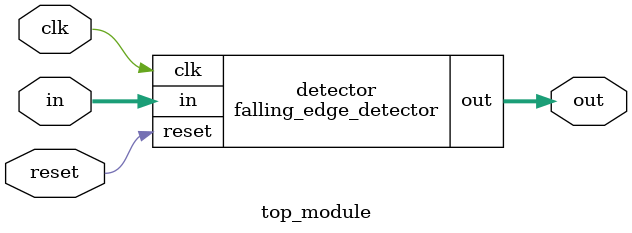
<source format=v>
module falling_edge_detector (
    input clk,
    input reset,
    input [31:0] in,
    output reg [31:0] out
);

always @(posedge clk, negedge reset) begin
    if (reset == 0) begin
        out <= 0;
    end else begin
        out <= (in ^ (in & (in - 1))) & ~out;
    end
end

endmodule

module top_module (
    input clk,
    input reset,
    input [31:0] in,
    output [31:0] out
);

falling_edge_detector detector (
    .clk(clk),
    .reset(reset),
    .in(in),
    .out(out)
);

endmodule
</source>
